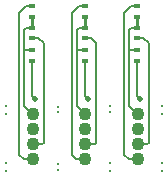
<source format=gtl>
G04 #@! TF.FileFunction,Copper,L1,Top,Signal*
%FSLAX46Y46*%
G04 Gerber Fmt 4.6, Leading zero omitted, Abs format (unit mm)*
G04 Created by KiCad (PCBNEW (2014-12-04 BZR 5312)-product) date 4/7/2015 10:47:18 PM*
%MOMM*%
G01*
G04 APERTURE LIST*
%ADD10C,0.100000*%
%ADD11C,1.100000*%
%ADD12R,0.599440X0.398780*%
%ADD13C,0.330200*%
%ADD14C,0.508000*%
%ADD15C,0.203200*%
%ADD16C,0.254000*%
G04 APERTURE END LIST*
D10*
D11*
X108712000Y-76200000D03*
X108712000Y-74930000D03*
X108712000Y-73660000D03*
X108712000Y-72390000D03*
D12*
X108656120Y-64101980D03*
X108656120Y-63202820D03*
X108666280Y-65031620D03*
X108666280Y-65930780D03*
X108645960Y-66931540D03*
X108645960Y-67830700D03*
X113101120Y-64101980D03*
X113101120Y-63202820D03*
X113111280Y-65031620D03*
X113111280Y-65930780D03*
X113090960Y-66931540D03*
X113090960Y-67830700D03*
D11*
X113157000Y-76200000D03*
X113157000Y-74930000D03*
X113157000Y-73660000D03*
X113157000Y-72390000D03*
D12*
X117546120Y-64101980D03*
X117546120Y-63202820D03*
X117556280Y-65031620D03*
X117556280Y-65930780D03*
X117535960Y-66931540D03*
X117535960Y-67830700D03*
D11*
X117602000Y-76200000D03*
X117602000Y-74930000D03*
X117602000Y-73660000D03*
X117602000Y-72390000D03*
D13*
X110794800Y-76555600D03*
X110794800Y-77089000D03*
X110820200Y-71729600D03*
X110820200Y-72186800D03*
X115239800Y-71704200D03*
X115265200Y-72212200D03*
X115265200Y-76530200D03*
X115265200Y-77139800D03*
X119634000Y-71678800D03*
X119634000Y-72339200D03*
X119634000Y-76504800D03*
X119634000Y-77165200D03*
X106426000Y-71678800D03*
X106426000Y-72339200D03*
X106426000Y-76504800D03*
X106426000Y-77165200D03*
D14*
X117795040Y-71084440D03*
X113350040Y-71084440D03*
X108905040Y-71084440D03*
D15*
X117546120Y-63202820D02*
X117043200Y-63202820D01*
X117043200Y-63202820D02*
X116423429Y-63822591D01*
X116423429Y-63822591D02*
X116423429Y-75799246D01*
X116423429Y-75799246D02*
X116824183Y-76200000D01*
X116824183Y-76200000D02*
X117602000Y-76200000D01*
X113101120Y-63202820D02*
X112598200Y-63202820D01*
X112598200Y-63202820D02*
X111978429Y-63822591D01*
X111978429Y-63822591D02*
X111978429Y-75799246D01*
X111978429Y-75799246D02*
X112379183Y-76200000D01*
X112379183Y-76200000D02*
X113157000Y-76200000D01*
X108656120Y-63202820D02*
X108153200Y-63202820D01*
X108153200Y-63202820D02*
X107533429Y-63822591D01*
X107533429Y-63822591D02*
X107533429Y-75799246D01*
X107533429Y-75799246D02*
X107934183Y-76200000D01*
X107934183Y-76200000D02*
X108712000Y-76200000D01*
X117556280Y-65930780D02*
X118059200Y-65930780D01*
X118059200Y-65930780D02*
X118507601Y-66379181D01*
X118507601Y-66379181D02*
X118507601Y-74802216D01*
X118507601Y-74802216D02*
X118379817Y-74930000D01*
X118379817Y-74930000D02*
X117602000Y-74930000D01*
D16*
X117556280Y-65930780D02*
X117656610Y-65930780D01*
D15*
X113111280Y-65930780D02*
X113614200Y-65930780D01*
X113614200Y-65930780D02*
X114062601Y-66379181D01*
X114062601Y-66379181D02*
X114062601Y-74802216D01*
X114062601Y-74802216D02*
X113934817Y-74930000D01*
X113934817Y-74930000D02*
X113157000Y-74930000D01*
D16*
X113111280Y-65930780D02*
X113211610Y-65930780D01*
D15*
X108666280Y-65930780D02*
X109169200Y-65930780D01*
X109169200Y-65930780D02*
X109617601Y-66379181D01*
X109617601Y-66379181D02*
X109617601Y-74802216D01*
X109617601Y-74802216D02*
X109489817Y-74930000D01*
X109489817Y-74930000D02*
X108712000Y-74930000D01*
D16*
X108666280Y-65930780D02*
X108766610Y-65930780D01*
D15*
X117535960Y-67830700D02*
X117535960Y-70825360D01*
X117535960Y-70825360D02*
X117795040Y-71084440D01*
X113090960Y-67830700D02*
X113090960Y-70825360D01*
X113090960Y-70825360D02*
X113350040Y-71084440D01*
X108645960Y-67830700D02*
X108645960Y-70825360D01*
X108645960Y-70825360D02*
X108905040Y-71084440D01*
X116880639Y-65204341D02*
X116880639Y-66944817D01*
X116880639Y-66944817D02*
X116880639Y-71668639D01*
X117535960Y-66931540D02*
X116893916Y-66931540D01*
X116893916Y-66931540D02*
X116880639Y-66944817D01*
X117556280Y-65031620D02*
X117053360Y-65031620D01*
X116880639Y-71668639D02*
X117052001Y-71840001D01*
X117053360Y-65031620D02*
X116880639Y-65204341D01*
X117052001Y-71840001D02*
X117602000Y-72390000D01*
D16*
X117546120Y-64101980D02*
X117546120Y-65021460D01*
X117546120Y-65021460D02*
X117556280Y-65031620D01*
D15*
X112435639Y-65204341D02*
X112435639Y-66944817D01*
X112435639Y-66944817D02*
X112435639Y-71668639D01*
X113090960Y-66931540D02*
X112448916Y-66931540D01*
X112448916Y-66931540D02*
X112435639Y-66944817D01*
X113111280Y-65031620D02*
X112608360Y-65031620D01*
X112435639Y-71668639D02*
X112607001Y-71840001D01*
X112608360Y-65031620D02*
X112435639Y-65204341D01*
X112607001Y-71840001D02*
X113157000Y-72390000D01*
D16*
X113101120Y-64101980D02*
X113101120Y-65021460D01*
X113101120Y-65021460D02*
X113111280Y-65031620D01*
D15*
X107990639Y-65204341D02*
X107990639Y-66944817D01*
X107990639Y-66944817D02*
X107990639Y-71668639D01*
X108645960Y-66931540D02*
X108003916Y-66931540D01*
X108003916Y-66931540D02*
X107990639Y-66944817D01*
X108666280Y-65031620D02*
X108163360Y-65031620D01*
X107990639Y-71668639D02*
X108162001Y-71840001D01*
X108163360Y-65031620D02*
X107990639Y-65204341D01*
X108162001Y-71840001D02*
X108712000Y-72390000D01*
D16*
X108656120Y-64101980D02*
X108656120Y-65021460D01*
X108656120Y-65021460D02*
X108666280Y-65031620D01*
M02*

</source>
